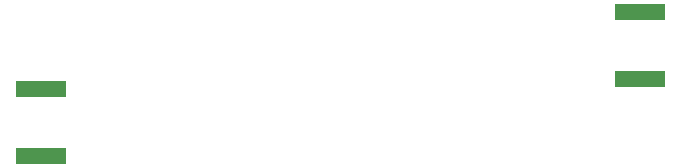
<source format=gbp>
G04 #@! TF.GenerationSoftware,KiCad,Pcbnew,7.0.10*
G04 #@! TF.CreationDate,2024-04-22T16:50:03-07:00*
G04 #@! TF.ProjectId,qsd_revC,7173645f-7265-4764-932e-6b696361645f,rev?*
G04 #@! TF.SameCoordinates,Original*
G04 #@! TF.FileFunction,Paste,Bot*
G04 #@! TF.FilePolarity,Positive*
%FSLAX46Y46*%
G04 Gerber Fmt 4.6, Leading zero omitted, Abs format (unit mm)*
G04 Created by KiCad (PCBNEW 7.0.10) date 2024-04-22 16:50:03*
%MOMM*%
%LPD*%
G01*
G04 APERTURE LIST*
%ADD10R,4.200000X1.350000*%
G04 APERTURE END LIST*
D10*
X166888600Y-97429600D03*
X166888600Y-91779600D03*
X116163600Y-98304600D03*
X116163600Y-103954600D03*
M02*

</source>
